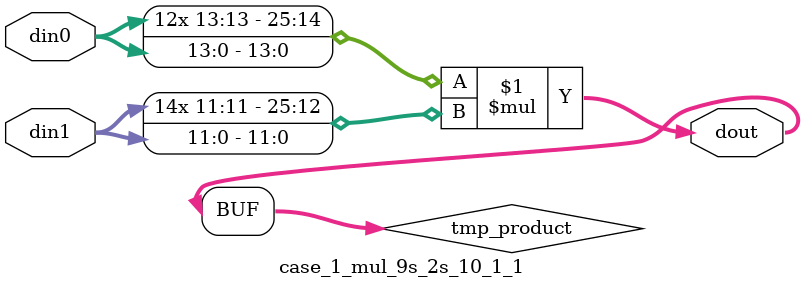
<source format=v>

`timescale 1 ns / 1 ps

 module case_1_mul_9s_2s_10_1_1(din0, din1, dout);
parameter ID = 1;
parameter NUM_STAGE = 0;
parameter din0_WIDTH = 14;
parameter din1_WIDTH = 12;
parameter dout_WIDTH = 26;

input [din0_WIDTH - 1 : 0] din0; 
input [din1_WIDTH - 1 : 0] din1; 
output [dout_WIDTH - 1 : 0] dout;

wire signed [dout_WIDTH - 1 : 0] tmp_product;



























assign tmp_product = $signed(din0) * $signed(din1);








assign dout = tmp_product;





















endmodule

</source>
